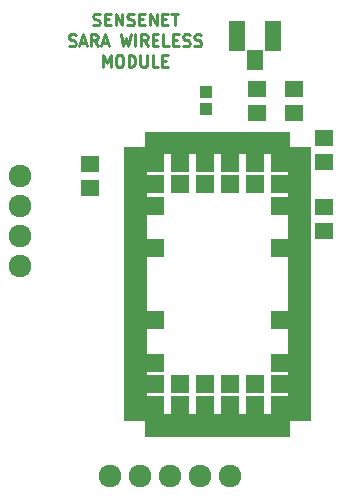
<source format=gbr>
G04 #@! TF.FileFunction,Soldermask,Top*
%FSLAX46Y46*%
G04 Gerber Fmt 4.6, Leading zero omitted, Abs format (unit mm)*
G04 Created by KiCad (PCBNEW 4.0.6-e0-6349~53~ubuntu16.04.1) date Sun Jun 11 18:05:23 2017*
%MOMM*%
%LPD*%
G01*
G04 APERTURE LIST*
%ADD10C,0.100000*%
%ADD11C,0.250000*%
%ADD12R,1.100000X1.000000*%
%ADD13R,1.400000X2.600000*%
%ADD14R,1.400000X1.800000*%
%ADD15R,1.650000X1.400000*%
%ADD16R,1.500000X1.500000*%
%ADD17C,1.924000*%
G04 APERTURE END LIST*
D10*
D11*
X205494381Y-79553762D02*
X205637238Y-79601381D01*
X205875334Y-79601381D01*
X205970572Y-79553762D01*
X206018191Y-79506143D01*
X206065810Y-79410905D01*
X206065810Y-79315667D01*
X206018191Y-79220429D01*
X205970572Y-79172810D01*
X205875334Y-79125190D01*
X205684857Y-79077571D01*
X205589619Y-79029952D01*
X205542000Y-78982333D01*
X205494381Y-78887095D01*
X205494381Y-78791857D01*
X205542000Y-78696619D01*
X205589619Y-78649000D01*
X205684857Y-78601381D01*
X205922953Y-78601381D01*
X206065810Y-78649000D01*
X206494381Y-79077571D02*
X206827715Y-79077571D01*
X206970572Y-79601381D02*
X206494381Y-79601381D01*
X206494381Y-78601381D01*
X206970572Y-78601381D01*
X207399143Y-79601381D02*
X207399143Y-78601381D01*
X207970572Y-79601381D01*
X207970572Y-78601381D01*
X208399143Y-79553762D02*
X208542000Y-79601381D01*
X208780096Y-79601381D01*
X208875334Y-79553762D01*
X208922953Y-79506143D01*
X208970572Y-79410905D01*
X208970572Y-79315667D01*
X208922953Y-79220429D01*
X208875334Y-79172810D01*
X208780096Y-79125190D01*
X208589619Y-79077571D01*
X208494381Y-79029952D01*
X208446762Y-78982333D01*
X208399143Y-78887095D01*
X208399143Y-78791857D01*
X208446762Y-78696619D01*
X208494381Y-78649000D01*
X208589619Y-78601381D01*
X208827715Y-78601381D01*
X208970572Y-78649000D01*
X209399143Y-79077571D02*
X209732477Y-79077571D01*
X209875334Y-79601381D02*
X209399143Y-79601381D01*
X209399143Y-78601381D01*
X209875334Y-78601381D01*
X210303905Y-79601381D02*
X210303905Y-78601381D01*
X210875334Y-79601381D01*
X210875334Y-78601381D01*
X211351524Y-79077571D02*
X211684858Y-79077571D01*
X211827715Y-79601381D02*
X211351524Y-79601381D01*
X211351524Y-78601381D01*
X211827715Y-78601381D01*
X212113429Y-78601381D02*
X212684858Y-78601381D01*
X212399143Y-79601381D02*
X212399143Y-78601381D01*
X203446762Y-81303762D02*
X203589619Y-81351381D01*
X203827715Y-81351381D01*
X203922953Y-81303762D01*
X203970572Y-81256143D01*
X204018191Y-81160905D01*
X204018191Y-81065667D01*
X203970572Y-80970429D01*
X203922953Y-80922810D01*
X203827715Y-80875190D01*
X203637238Y-80827571D01*
X203542000Y-80779952D01*
X203494381Y-80732333D01*
X203446762Y-80637095D01*
X203446762Y-80541857D01*
X203494381Y-80446619D01*
X203542000Y-80399000D01*
X203637238Y-80351381D01*
X203875334Y-80351381D01*
X204018191Y-80399000D01*
X204399143Y-81065667D02*
X204875334Y-81065667D01*
X204303905Y-81351381D02*
X204637238Y-80351381D01*
X204970572Y-81351381D01*
X205875334Y-81351381D02*
X205542000Y-80875190D01*
X205303905Y-81351381D02*
X205303905Y-80351381D01*
X205684858Y-80351381D01*
X205780096Y-80399000D01*
X205827715Y-80446619D01*
X205875334Y-80541857D01*
X205875334Y-80684714D01*
X205827715Y-80779952D01*
X205780096Y-80827571D01*
X205684858Y-80875190D01*
X205303905Y-80875190D01*
X206256286Y-81065667D02*
X206732477Y-81065667D01*
X206161048Y-81351381D02*
X206494381Y-80351381D01*
X206827715Y-81351381D01*
X207827715Y-80351381D02*
X208065810Y-81351381D01*
X208256287Y-80637095D01*
X208446763Y-81351381D01*
X208684858Y-80351381D01*
X209065810Y-81351381D02*
X209065810Y-80351381D01*
X210113429Y-81351381D02*
X209780095Y-80875190D01*
X209542000Y-81351381D02*
X209542000Y-80351381D01*
X209922953Y-80351381D01*
X210018191Y-80399000D01*
X210065810Y-80446619D01*
X210113429Y-80541857D01*
X210113429Y-80684714D01*
X210065810Y-80779952D01*
X210018191Y-80827571D01*
X209922953Y-80875190D01*
X209542000Y-80875190D01*
X210542000Y-80827571D02*
X210875334Y-80827571D01*
X211018191Y-81351381D02*
X210542000Y-81351381D01*
X210542000Y-80351381D01*
X211018191Y-80351381D01*
X211922953Y-81351381D02*
X211446762Y-81351381D01*
X211446762Y-80351381D01*
X212256286Y-80827571D02*
X212589620Y-80827571D01*
X212732477Y-81351381D02*
X212256286Y-81351381D01*
X212256286Y-80351381D01*
X212732477Y-80351381D01*
X213113429Y-81303762D02*
X213256286Y-81351381D01*
X213494382Y-81351381D01*
X213589620Y-81303762D01*
X213637239Y-81256143D01*
X213684858Y-81160905D01*
X213684858Y-81065667D01*
X213637239Y-80970429D01*
X213589620Y-80922810D01*
X213494382Y-80875190D01*
X213303905Y-80827571D01*
X213208667Y-80779952D01*
X213161048Y-80732333D01*
X213113429Y-80637095D01*
X213113429Y-80541857D01*
X213161048Y-80446619D01*
X213208667Y-80399000D01*
X213303905Y-80351381D01*
X213542001Y-80351381D01*
X213684858Y-80399000D01*
X214065810Y-81303762D02*
X214208667Y-81351381D01*
X214446763Y-81351381D01*
X214542001Y-81303762D01*
X214589620Y-81256143D01*
X214637239Y-81160905D01*
X214637239Y-81065667D01*
X214589620Y-80970429D01*
X214542001Y-80922810D01*
X214446763Y-80875190D01*
X214256286Y-80827571D01*
X214161048Y-80779952D01*
X214113429Y-80732333D01*
X214065810Y-80637095D01*
X214065810Y-80541857D01*
X214113429Y-80446619D01*
X214161048Y-80399000D01*
X214256286Y-80351381D01*
X214494382Y-80351381D01*
X214637239Y-80399000D01*
X206303905Y-83101381D02*
X206303905Y-82101381D01*
X206637239Y-82815667D01*
X206970572Y-82101381D01*
X206970572Y-83101381D01*
X207637238Y-82101381D02*
X207827715Y-82101381D01*
X207922953Y-82149000D01*
X208018191Y-82244238D01*
X208065810Y-82434714D01*
X208065810Y-82768048D01*
X208018191Y-82958524D01*
X207922953Y-83053762D01*
X207827715Y-83101381D01*
X207637238Y-83101381D01*
X207542000Y-83053762D01*
X207446762Y-82958524D01*
X207399143Y-82768048D01*
X207399143Y-82434714D01*
X207446762Y-82244238D01*
X207542000Y-82149000D01*
X207637238Y-82101381D01*
X208494381Y-83101381D02*
X208494381Y-82101381D01*
X208732476Y-82101381D01*
X208875334Y-82149000D01*
X208970572Y-82244238D01*
X209018191Y-82339476D01*
X209065810Y-82529952D01*
X209065810Y-82672810D01*
X209018191Y-82863286D01*
X208970572Y-82958524D01*
X208875334Y-83053762D01*
X208732476Y-83101381D01*
X208494381Y-83101381D01*
X209494381Y-82101381D02*
X209494381Y-82910905D01*
X209542000Y-83006143D01*
X209589619Y-83053762D01*
X209684857Y-83101381D01*
X209875334Y-83101381D01*
X209970572Y-83053762D01*
X210018191Y-83006143D01*
X210065810Y-82910905D01*
X210065810Y-82101381D01*
X211018191Y-83101381D02*
X210542000Y-83101381D01*
X210542000Y-82101381D01*
X211351524Y-82577571D02*
X211684858Y-82577571D01*
X211827715Y-83101381D02*
X211351524Y-83101381D01*
X211351524Y-82101381D01*
X211827715Y-82101381D01*
D12*
X215011000Y-86679000D03*
X215011000Y-85279000D03*
D13*
X217702000Y-80518000D03*
D14*
X219202000Y-82518000D03*
D13*
X220702000Y-80518000D03*
D15*
X219329000Y-84979000D03*
X219329000Y-86979000D03*
X222504000Y-84979000D03*
X222504000Y-86979000D03*
D10*
G36*
X208126000Y-91119000D02*
X208126000Y-89919000D01*
X210026000Y-89919000D01*
X210026000Y-91119000D01*
X208126000Y-91119000D01*
X208126000Y-91119000D01*
G37*
G36*
X208126000Y-92219000D02*
X208126000Y-91019000D01*
X210026000Y-91019000D01*
X210026000Y-92219000D01*
X208126000Y-92219000D01*
X208126000Y-92219000D01*
G37*
G36*
X208126000Y-93319000D02*
X208126000Y-92119000D01*
X210026000Y-92119000D01*
X210026000Y-93319000D01*
X208126000Y-93319000D01*
X208126000Y-93319000D01*
G37*
G36*
X208126000Y-94419000D02*
X208126000Y-93219000D01*
X210026000Y-93219000D01*
X210026000Y-94419000D01*
X208126000Y-94419000D01*
X208126000Y-94419000D01*
G37*
G36*
X208126000Y-95519000D02*
X208126000Y-94319000D01*
X210026000Y-94319000D01*
X210026000Y-95519000D01*
X208126000Y-95519000D01*
X208126000Y-95519000D01*
G37*
G36*
X208126000Y-96619000D02*
X208126000Y-95419000D01*
X210026000Y-95419000D01*
X210026000Y-96619000D01*
X208126000Y-96619000D01*
X208126000Y-96619000D01*
G37*
G36*
X208126000Y-97719000D02*
X208126000Y-96519000D01*
X210026000Y-96519000D01*
X210026000Y-97719000D01*
X208126000Y-97719000D01*
X208126000Y-97719000D01*
G37*
G36*
X208126000Y-98819000D02*
X208126000Y-97619000D01*
X210026000Y-97619000D01*
X210026000Y-98819000D01*
X208126000Y-98819000D01*
X208126000Y-98819000D01*
G37*
G36*
X208126000Y-99919000D02*
X208126000Y-98719000D01*
X210026000Y-98719000D01*
X210026000Y-99919000D01*
X208126000Y-99919000D01*
X208126000Y-99919000D01*
G37*
G36*
X208126000Y-101019000D02*
X208126000Y-99819000D01*
X210026000Y-99819000D01*
X210026000Y-101019000D01*
X208126000Y-101019000D01*
X208126000Y-101019000D01*
G37*
G36*
X208126000Y-102119000D02*
X208126000Y-100919000D01*
X210026000Y-100919000D01*
X210026000Y-102119000D01*
X208126000Y-102119000D01*
X208126000Y-102119000D01*
G37*
G36*
X208126000Y-103219000D02*
X208126000Y-102019000D01*
X210026000Y-102019000D01*
X210026000Y-103219000D01*
X208126000Y-103219000D01*
X208126000Y-103219000D01*
G37*
G36*
X208126000Y-104319000D02*
X208126000Y-103119000D01*
X210026000Y-103119000D01*
X210026000Y-104319000D01*
X208126000Y-104319000D01*
X208126000Y-104319000D01*
G37*
G36*
X208126000Y-105419000D02*
X208126000Y-104219000D01*
X210026000Y-104219000D01*
X210026000Y-105419000D01*
X208126000Y-105419000D01*
X208126000Y-105419000D01*
G37*
G36*
X208126000Y-106519000D02*
X208126000Y-105319000D01*
X210026000Y-105319000D01*
X210026000Y-106519000D01*
X208126000Y-106519000D01*
X208126000Y-106519000D01*
G37*
G36*
X208126000Y-107619000D02*
X208126000Y-106419000D01*
X210026000Y-106419000D01*
X210026000Y-107619000D01*
X208126000Y-107619000D01*
X208126000Y-107619000D01*
G37*
G36*
X208126000Y-108719000D02*
X208126000Y-107519000D01*
X210026000Y-107519000D01*
X210026000Y-108719000D01*
X208126000Y-108719000D01*
X208126000Y-108719000D01*
G37*
G36*
X208126000Y-109819000D02*
X208126000Y-108619000D01*
X210026000Y-108619000D01*
X210026000Y-109819000D01*
X208126000Y-109819000D01*
X208126000Y-109819000D01*
G37*
G36*
X208126000Y-110919000D02*
X208126000Y-109719000D01*
X210026000Y-109719000D01*
X210026000Y-110919000D01*
X208126000Y-110919000D01*
X208126000Y-110919000D01*
G37*
G36*
X208126000Y-112019000D02*
X208126000Y-110819000D01*
X210026000Y-110819000D01*
X210026000Y-112019000D01*
X208126000Y-112019000D01*
X208126000Y-112019000D01*
G37*
G36*
X208126000Y-113119000D02*
X208126000Y-111919000D01*
X210026000Y-111919000D01*
X210026000Y-113119000D01*
X208126000Y-113119000D01*
X208126000Y-113119000D01*
G37*
G36*
X209926000Y-114419000D02*
X209926000Y-112519000D01*
X211126000Y-112519000D01*
X211126000Y-114419000D01*
X209926000Y-114419000D01*
X209926000Y-114419000D01*
G37*
G36*
X211026000Y-114419000D02*
X211026000Y-112519000D01*
X212226000Y-112519000D01*
X212226000Y-114419000D01*
X211026000Y-114419000D01*
X211026000Y-114419000D01*
G37*
G36*
X212126000Y-114419000D02*
X212126000Y-112519000D01*
X213326000Y-112519000D01*
X213326000Y-114419000D01*
X212126000Y-114419000D01*
X212126000Y-114419000D01*
G37*
G36*
X213226000Y-114419000D02*
X213226000Y-112519000D01*
X214426000Y-112519000D01*
X214426000Y-114419000D01*
X213226000Y-114419000D01*
X213226000Y-114419000D01*
G37*
G36*
X214326000Y-114419000D02*
X214326000Y-112519000D01*
X215526000Y-112519000D01*
X215526000Y-114419000D01*
X214326000Y-114419000D01*
X214326000Y-114419000D01*
G37*
G36*
X215426000Y-114419000D02*
X215426000Y-112519000D01*
X216626000Y-112519000D01*
X216626000Y-114419000D01*
X215426000Y-114419000D01*
X215426000Y-114419000D01*
G37*
G36*
X216526000Y-114419000D02*
X216526000Y-112519000D01*
X217726000Y-112519000D01*
X217726000Y-114419000D01*
X216526000Y-114419000D01*
X216526000Y-114419000D01*
G37*
G36*
X217626000Y-114419000D02*
X217626000Y-112519000D01*
X218826000Y-112519000D01*
X218826000Y-114419000D01*
X217626000Y-114419000D01*
X217626000Y-114419000D01*
G37*
G36*
X218726000Y-114419000D02*
X218726000Y-112519000D01*
X219926000Y-112519000D01*
X219926000Y-114419000D01*
X218726000Y-114419000D01*
X218726000Y-114419000D01*
G37*
G36*
X219826000Y-114419000D02*
X219826000Y-112519000D01*
X221026000Y-112519000D01*
X221026000Y-114419000D01*
X219826000Y-114419000D01*
X219826000Y-114419000D01*
G37*
G36*
X220926000Y-114419000D02*
X220926000Y-112519000D01*
X222126000Y-112519000D01*
X222126000Y-114419000D01*
X220926000Y-114419000D01*
X220926000Y-114419000D01*
G37*
G36*
X222026000Y-113119000D02*
X222026000Y-111919000D01*
X223926000Y-111919000D01*
X223926000Y-113119000D01*
X222026000Y-113119000D01*
X222026000Y-113119000D01*
G37*
G36*
X222026000Y-112019000D02*
X222026000Y-110819000D01*
X223926000Y-110819000D01*
X223926000Y-112019000D01*
X222026000Y-112019000D01*
X222026000Y-112019000D01*
G37*
G36*
X222026000Y-110919000D02*
X222026000Y-109719000D01*
X223926000Y-109719000D01*
X223926000Y-110919000D01*
X222026000Y-110919000D01*
X222026000Y-110919000D01*
G37*
G36*
X222026000Y-109819000D02*
X222026000Y-108619000D01*
X223926000Y-108619000D01*
X223926000Y-109819000D01*
X222026000Y-109819000D01*
X222026000Y-109819000D01*
G37*
G36*
X222026000Y-108719000D02*
X222026000Y-107519000D01*
X223926000Y-107519000D01*
X223926000Y-108719000D01*
X222026000Y-108719000D01*
X222026000Y-108719000D01*
G37*
G36*
X222026000Y-107619000D02*
X222026000Y-106419000D01*
X223926000Y-106419000D01*
X223926000Y-107619000D01*
X222026000Y-107619000D01*
X222026000Y-107619000D01*
G37*
G36*
X222026000Y-106519000D02*
X222026000Y-105319000D01*
X223926000Y-105319000D01*
X223926000Y-106519000D01*
X222026000Y-106519000D01*
X222026000Y-106519000D01*
G37*
G36*
X222026000Y-105419000D02*
X222026000Y-104219000D01*
X223926000Y-104219000D01*
X223926000Y-105419000D01*
X222026000Y-105419000D01*
X222026000Y-105419000D01*
G37*
G36*
X222026000Y-104319000D02*
X222026000Y-103119000D01*
X223926000Y-103119000D01*
X223926000Y-104319000D01*
X222026000Y-104319000D01*
X222026000Y-104319000D01*
G37*
G36*
X222026000Y-103219000D02*
X222026000Y-102019000D01*
X223926000Y-102019000D01*
X223926000Y-103219000D01*
X222026000Y-103219000D01*
X222026000Y-103219000D01*
G37*
G36*
X222026000Y-102119000D02*
X222026000Y-100919000D01*
X223926000Y-100919000D01*
X223926000Y-102119000D01*
X222026000Y-102119000D01*
X222026000Y-102119000D01*
G37*
G36*
X222026000Y-101019000D02*
X222026000Y-99819000D01*
X223926000Y-99819000D01*
X223926000Y-101019000D01*
X222026000Y-101019000D01*
X222026000Y-101019000D01*
G37*
G36*
X222026000Y-99919000D02*
X222026000Y-98719000D01*
X223926000Y-98719000D01*
X223926000Y-99919000D01*
X222026000Y-99919000D01*
X222026000Y-99919000D01*
G37*
G36*
X222026000Y-98819000D02*
X222026000Y-97619000D01*
X223926000Y-97619000D01*
X223926000Y-98819000D01*
X222026000Y-98819000D01*
X222026000Y-98819000D01*
G37*
G36*
X222026000Y-97719000D02*
X222026000Y-96519000D01*
X223926000Y-96519000D01*
X223926000Y-97719000D01*
X222026000Y-97719000D01*
X222026000Y-97719000D01*
G37*
G36*
X222026000Y-96619000D02*
X222026000Y-95419000D01*
X223926000Y-95419000D01*
X223926000Y-96619000D01*
X222026000Y-96619000D01*
X222026000Y-96619000D01*
G37*
G36*
X222026000Y-95519000D02*
X222026000Y-94319000D01*
X223926000Y-94319000D01*
X223926000Y-95519000D01*
X222026000Y-95519000D01*
X222026000Y-95519000D01*
G37*
G36*
X222026000Y-94419000D02*
X222026000Y-93219000D01*
X223926000Y-93219000D01*
X223926000Y-94419000D01*
X222026000Y-94419000D01*
X222026000Y-94419000D01*
G37*
G36*
X222026000Y-93319000D02*
X222026000Y-92119000D01*
X223926000Y-92119000D01*
X223926000Y-93319000D01*
X222026000Y-93319000D01*
X222026000Y-93319000D01*
G37*
G36*
X222026000Y-92219000D02*
X222026000Y-91019000D01*
X223926000Y-91019000D01*
X223926000Y-92219000D01*
X222026000Y-92219000D01*
X222026000Y-92219000D01*
G37*
G36*
X222026000Y-91119000D02*
X222026000Y-89919000D01*
X223926000Y-89919000D01*
X223926000Y-91119000D01*
X222026000Y-91119000D01*
X222026000Y-91119000D01*
G37*
G36*
X220926000Y-90519000D02*
X220926000Y-88619000D01*
X222126000Y-88619000D01*
X222126000Y-90519000D01*
X220926000Y-90519000D01*
X220926000Y-90519000D01*
G37*
G36*
X219826000Y-90519000D02*
X219826000Y-88619000D01*
X221026000Y-88619000D01*
X221026000Y-90519000D01*
X219826000Y-90519000D01*
X219826000Y-90519000D01*
G37*
G36*
X218726000Y-90519000D02*
X218726000Y-88619000D01*
X219926000Y-88619000D01*
X219926000Y-90519000D01*
X218726000Y-90519000D01*
X218726000Y-90519000D01*
G37*
G36*
X217626000Y-90519000D02*
X217626000Y-88619000D01*
X218826000Y-88619000D01*
X218826000Y-90519000D01*
X217626000Y-90519000D01*
X217626000Y-90519000D01*
G37*
G36*
X216526000Y-90519000D02*
X216526000Y-88619000D01*
X217726000Y-88619000D01*
X217726000Y-90519000D01*
X216526000Y-90519000D01*
X216526000Y-90519000D01*
G37*
G36*
X215426000Y-90519000D02*
X215426000Y-88619000D01*
X216626000Y-88619000D01*
X216626000Y-90519000D01*
X215426000Y-90519000D01*
X215426000Y-90519000D01*
G37*
G36*
X214326000Y-90519000D02*
X214326000Y-88619000D01*
X215526000Y-88619000D01*
X215526000Y-90519000D01*
X214326000Y-90519000D01*
X214326000Y-90519000D01*
G37*
G36*
X213226000Y-90519000D02*
X213226000Y-88619000D01*
X214426000Y-88619000D01*
X214426000Y-90519000D01*
X213226000Y-90519000D01*
X213226000Y-90519000D01*
G37*
G36*
X212126000Y-90519000D02*
X212126000Y-88619000D01*
X213326000Y-88619000D01*
X213326000Y-90519000D01*
X212126000Y-90519000D01*
X212126000Y-90519000D01*
G37*
G36*
X211026000Y-90519000D02*
X211026000Y-88619000D01*
X212226000Y-88619000D01*
X212226000Y-90519000D01*
X211026000Y-90519000D01*
X211026000Y-90519000D01*
G37*
G36*
X209926000Y-90519000D02*
X209926000Y-88619000D01*
X211126000Y-88619000D01*
X211126000Y-90519000D01*
X209926000Y-90519000D01*
X209926000Y-90519000D01*
G37*
D16*
X210776000Y-91269000D03*
X210776000Y-93069000D03*
X212876000Y-91269000D03*
X214976000Y-91269000D03*
X217076000Y-91269000D03*
X219176000Y-91269000D03*
X221276000Y-91269000D03*
X212876000Y-93069000D03*
X214976000Y-93069000D03*
X217076000Y-93069000D03*
X219176000Y-93069000D03*
X221276000Y-93069000D03*
X210776000Y-94869000D03*
X221276000Y-94869000D03*
X210776000Y-98469000D03*
X221276000Y-98469000D03*
X210776000Y-111769000D03*
X212876000Y-111769000D03*
X214976000Y-111769000D03*
X217076000Y-111769000D03*
X219176000Y-111769000D03*
X221276000Y-111769000D03*
X221276000Y-109969000D03*
X219176000Y-109969000D03*
X217076000Y-109969000D03*
X214976000Y-109969000D03*
X212876000Y-109969000D03*
X210776000Y-109969000D03*
X210776000Y-108169000D03*
X221276000Y-108169000D03*
X210776000Y-104569000D03*
X221276000Y-104569000D03*
D17*
X199263000Y-92329000D03*
X199263000Y-94869000D03*
X199263000Y-97409000D03*
X199263000Y-99949000D03*
X206883000Y-117729000D03*
X209423000Y-117729000D03*
X211963000Y-117729000D03*
X214503000Y-117729000D03*
X217043000Y-117729000D03*
D15*
X205232000Y-93329000D03*
X205232000Y-91329000D03*
X225044000Y-91170000D03*
X225044000Y-89170000D03*
X225044000Y-95012000D03*
X225044000Y-97012000D03*
M02*

</source>
